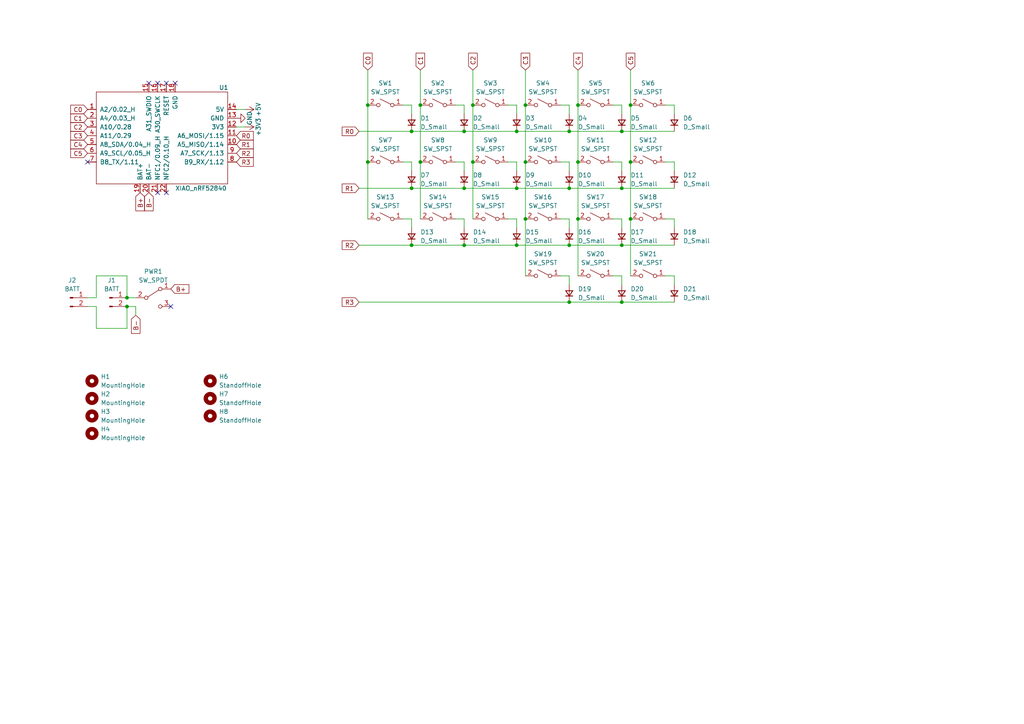
<source format=kicad_sch>
(kicad_sch (version 20231120) (generator "eeschema") (generator_version "8.0")
  (paper "A4")
  (lib_symbols
    (symbol "Connector:Conn_01x02_Pin" (pin_names (offset 1.016) hide)
      (property "Reference" "J" (at 0 2.54 0))
      (property "Value" "Conn_01x02_Pin" (at 0 -5.08 0))
      (symbol "Conn_01x02_Pin_1_1"
        (polyline (pts (xy 1.27 -2.54) (xy 0.8636 -2.54)) (stroke (width 0.1524)))
        (polyline (pts (xy 1.27 0) (xy 0.8636 0)) (stroke (width 0.1524)))
        (rectangle (start 0.8636 -2.413) (end 0 -2.667) (stroke (width 0.1524)) (fill (type outline)))
        (rectangle (start 0.8636 0.127) (end 0 -0.127) (stroke (width 0.1524)) (fill (type outline)))
        (pin passive line (at 5.08 0 180) (length 3.81) (name "Pin_1") (number "1"))
        (pin passive line (at 5.08 -2.54 180) (length 3.81) (name "Pin_2") (number "2"))
      )
    )
    (symbol "Device:D_Small" (pin_numbers hide) (pin_names (offset 0.254) hide)
      (property "Reference" "D" (at -1.27 2.032 0))
      (property "Value" "D_Small" (at -3.81 -2.032 0))
      (symbol "D_Small_0_1"
        (polyline (pts (xy -0.762 -1.016) (xy -0.762 1.016)) (stroke (width 0.254)))
        (polyline (pts (xy -0.762 0) (xy 0.762 0)))
        (polyline (pts (xy 0.762 -1.016) (xy -0.762 0) (xy 0.762 1.016) (xy 0.762 -1.016)) (stroke (width 0.254)))
      )
      (symbol "D_Small_1_1"
        (pin passive line (at -2.54 0 0) (length 1.778) (name "K") (number "1"))
        (pin passive line (at 2.54 0 180) (length 1.778) (name "A") (number "2"))
      )
    )
    (symbol "Mechanical:MountingHole" (pin_names (offset 1.016))
      (property "Reference" "H" (at 0 5.08 0))
      (property "Value" "MountingHole" (at 0 3.175 0))
      (symbol "MountingHole_0_1"
        (circle (center 0 0) (radius 1.27) (stroke (width 1.27)))
      )
    )
    (symbol "Switch:SW_SPDT" (pin_names (offset 0) hide)
      (property "Reference" "SW" (at 0 4.318 0))
      (property "Value" "SW_SPDT" (at 0 -5.08 0))
      (symbol "SW_SPDT_0_0"
        (circle (center -2.032 0) (radius 0.508))
        (circle (center 2.032 -2.54) (radius 0.508))
      )
      (symbol "SW_SPDT_0_1"
        (polyline (pts (xy -1.524 0.254) (xy 1.651 2.286)))
        (circle (center 2.032 2.54) (radius 0.508))
      )
      (symbol "SW_SPDT_1_1"
        (pin passive line (at 5.08 2.54 180) (length 2.54) (name "A") (number "1"))
        (pin passive line (at -5.08 0 0) (length 2.54) (name "B") (number "2"))
        (pin passive line (at 5.08 -2.54 180) (length 2.54) (name "C") (number "3"))
      )
    )
    (symbol "Switch:SW_SPST" (pin_names (offset 0) hide)
      (property "Reference" "SW" (at 0 3.175 0))
      (property "Value" "SW_SPST" (at 0 -2.54 0))
      (symbol "SW_SPST_0_0"
        (circle (center -2.032 0) (radius 0.508))
        (polyline (pts (xy -1.524 0.254) (xy 1.524 1.778)))
        (circle (center 2.032 0) (radius 0.508))
      )
      (symbol "SW_SPST_1_1"
        (pin passive line (at -5.08 0 0) (length 2.54) (name "A") (number "1"))
        (pin passive line (at 5.08 0 180) (length 2.54) (name "B") (number "2"))
      )
    )
    (symbol "one:XIAO_nRF52840" (pin_names (offset 1.016))
      (property "Reference" "U" (at 19.05 13.97 0))
      (property "Value" "XIAO_nRF52840" (at 19.05 -15.24 0))
      (symbol "XIAO_nRF52840_0_1"
        (rectangle (start -19.05 12.7) (end 19.05 -13.97))
      )
      (symbol "XIAO_nRF52840_1_1"
        (pin bidirectional line (at -21.59 7.62 0) (length 2.54) (name "A2/0.02_H") (number "1"))
        (pin bidirectional line (at 21.59 -2.54 180) (length 2.54) (name "A5_MISO/1.14") (number "10"))
        (pin bidirectional line (at 21.59 0 180) (length 2.54) (name "A6_MOSI/1.15") (number "11"))
        (pin power_out line (at 21.59 2.54 180) (length 2.54) (name "3V3") (number "12"))
        (pin power_out line (at 21.59 5.08 180) (length 2.54) (name "GND") (number "13"))
        (pin power_out line (at 21.59 7.62 180) (length 2.54) (name "5V") (number "14"))
        (pin input line (at -3.81 15.24 270) (length 2.54) (name "A31_SWDIO") (number "15"))
        (pin input line (at -1.27 15.24 270) (length 2.54) (name "A30_SWCLK") (number "16"))
        (pin input line (at 1.27 15.24 270) (length 2.54) (name "RESET") (number "17"))
        (pin power_out line (at 3.81 15.24 270) (length 2.54) (name "GND") (number "18"))
        (pin power_in line (at -6.35 -16.51 90) (length 2.54) (name "BAT+") (number "19"))
        (pin bidirectional line (at -21.59 5.08 0) (length 2.54) (name "A4/0.03_H") (number "2"))
        (pin power_in line (at -3.81 -16.51 90) (length 2.54) (name "BAT-") (number "20"))
        (pin bidirectional line (at -1.27 -16.51 90) (length 2.54) (name "NFC1/0.09_H") (number "21"))
        (pin bidirectional line (at 1.27 -16.51 90) (length 2.54) (name "NFC2/0.10_H") (number "22"))
        (pin bidirectional line (at -21.59 2.54 0) (length 2.54) (name "A10/0.28") (number "3"))
        (pin bidirectional line (at -21.59 0 0) (length 2.54) (name "A11/0.29") (number "4"))
        (pin bidirectional line (at -21.59 -2.54 0) (length 2.54) (name "A8_SDA/0.04_H") (number "5"))
        (pin bidirectional line (at -21.59 -5.08 0) (length 2.54) (name "A9_SCL/0.05_H") (number "6"))
        (pin bidirectional line (at -21.59 -7.62 0) (length 2.54) (name "B8_TX/1.11") (number "7"))
        (pin bidirectional line (at 21.59 -7.62 180) (length 2.54) (name "B9_RX/1.12") (number "8"))
        (pin bidirectional line (at 21.59 -5.08 180) (length 2.54) (name "A7_SCK/1.13") (number "9"))
      )
    )
    (symbol "power:+3V3" (power) (pin_names (offset 0))
      (property "Value" "+3V3" (at 0 3.556 0))
      (symbol "+3V3_0_1"
        (polyline (pts (xy -0.762 1.27) (xy 0 2.54)))
        (polyline (pts (xy 0 0) (xy 0 2.54)))
        (polyline (pts (xy 0 2.54) (xy 0.762 1.27)))
      )
      (symbol "+3V3_1_1"
        (pin power_in line (at 0 0 90) (length 0) hide (name "+3V3") (number "1"))
      )
    )
    (symbol "power:+5V" (power) (pin_names (offset 0))
      (property "Value" "+5V" (at 0 3.556 0))
      (symbol "+5V_0_1"
        (polyline (pts (xy -0.762 1.27) (xy 0 2.54)))
        (polyline (pts (xy 0 0) (xy 0 2.54)))
        (polyline (pts (xy 0 2.54) (xy 0.762 1.27)))
      )
      (symbol "+5V_1_1"
        (pin power_in line (at 0 0 90) (length 0) hide (name "+5V") (number "1"))
      )
    )
    (symbol "power:GND" (power) (pin_names (offset 0))
      (property "Value" "GND" (at 0 -3.81 0))
      (symbol "GND_0_1"
        (polyline (pts (xy 0 0) (xy 0 -1.27) (xy 1.27 -1.27) (xy 0 -2.54) (xy -1.27 -1.27) (xy 0 -1.27)))
      )
      (symbol "GND_1_1"
        (pin power_in line (at 0 0 270) (length 0) hide (name "GND") (number "1"))
      )
    )
  )
  (junction (at 165.1 38.1))
  (junction (at 137.16 46.99))
  (junction (at 134.62 54.61))
  (junction (at 152.4 30.48))
  (junction (at 180.34 38.1))
  (junction (at 165.1 54.61))
  (junction (at 165.1 87.63))
  (junction (at 167.64 63.5))
  (junction (at 152.4 46.99))
  (junction (at 180.34 71.12))
  (junction (at 134.62 71.12))
  (junction (at 106.68 30.48))
  (junction (at 137.16 30.48))
  (junction (at 119.38 71.12))
  (junction (at 134.62 38.1))
  (junction (at 36.83 86.36))
  (junction (at 119.38 54.61))
  (junction (at 149.86 71.12))
  (junction (at 149.86 54.61))
  (junction (at 121.92 46.99))
  (junction (at 182.88 63.5))
  (junction (at 180.34 87.63))
  (junction (at 121.92 30.48))
  (junction (at 182.88 30.48))
  (junction (at 36.83 88.9))
  (junction (at 182.88 46.99))
  (junction (at 165.1 71.12))
  (junction (at 167.64 46.99))
  (junction (at 119.38 38.1))
  (junction (at 106.68 46.99))
  (junction (at 149.86 38.1))
  (junction (at 180.34 54.61))
  (junction (at 152.4 63.5))
  (junction (at 167.64 30.48))
  (no_connect (at 43.18 24.13))
  (no_connect (at 50.8 24.13))
  (no_connect (at 48.26 24.13))
  (no_connect (at 45.72 24.13))
  (no_connect (at 49.53 88.9))
  (no_connect (at 48.26 55.88))
  (no_connect (at 25.4 46.99))
  (no_connect (at 45.72 55.88))
  (wire (pts (xy 39.37 88.9) (xy 39.37 91.44)))
  (wire (pts (xy 152.4 20.32) (xy 152.4 30.48)))
  (wire (pts (xy 134.62 46.99) (xy 134.62 49.53)))
  (wire (pts (xy 149.86 38.1) (xy 165.1 38.1)))
  (wire (pts (xy 116.84 63.5) (xy 119.38 63.5)))
  (wire (pts (xy 180.34 87.63) (xy 195.58 87.63)))
  (wire (pts (xy 165.1 54.61) (xy 180.34 54.61)))
  (wire (pts (xy 149.86 46.99) (xy 149.86 49.53)))
  (wire (pts (xy 193.04 30.48) (xy 195.58 30.48)))
  (wire (pts (xy 167.64 30.48) (xy 167.64 46.99)))
  (wire (pts (xy 27.94 86.36) (xy 27.94 80.01)))
  (wire (pts (xy 195.58 80.01) (xy 195.58 82.55)))
  (wire (pts (xy 149.86 71.12) (xy 165.1 71.12)))
  (wire (pts (xy 165.1 87.63) (xy 180.34 87.63)))
  (wire (pts (xy 177.8 63.5) (xy 180.34 63.5)))
  (wire (pts (xy 180.34 63.5) (xy 180.34 66.04)))
  (wire (pts (xy 119.38 38.1) (xy 134.62 38.1)))
  (wire (pts (xy 180.34 71.12) (xy 195.58 71.12)))
  (wire (pts (xy 167.64 20.32) (xy 167.64 30.48)))
  (wire (pts (xy 182.88 46.99) (xy 182.88 63.5)))
  (wire (pts (xy 180.34 80.01) (xy 180.34 82.55)))
  (wire (pts (xy 121.92 20.32) (xy 121.92 30.48)))
  (wire (pts (xy 152.4 46.99) (xy 152.4 63.5)))
  (wire (pts (xy 119.38 30.48) (xy 119.38 33.02)))
  (wire (pts (xy 119.38 46.99) (xy 119.38 49.53)))
  (wire (pts (xy 104.14 71.12) (xy 119.38 71.12)))
  (wire (pts (xy 180.34 30.48) (xy 180.34 33.02)))
  (wire (pts (xy 177.8 30.48) (xy 180.34 30.48)))
  (wire (pts (xy 104.14 54.61) (xy 119.38 54.61)))
  (wire (pts (xy 27.94 80.01) (xy 36.83 80.01)))
  (wire (pts (xy 36.83 86.36) (xy 39.37 86.36)))
  (wire (pts (xy 193.04 80.01) (xy 195.58 80.01)))
  (wire (pts (xy 195.58 63.5) (xy 195.58 66.04)))
  (wire (pts (xy 137.16 46.99) (xy 137.16 63.5)))
  (wire (pts (xy 119.38 63.5) (xy 119.38 66.04)))
  (wire (pts (xy 152.4 63.5) (xy 152.4 80.01)))
  (wire (pts (xy 182.88 63.5) (xy 182.88 80.01)))
  (wire (pts (xy 162.56 80.01) (xy 165.1 80.01)))
  (wire (pts (xy 165.1 63.5) (xy 165.1 66.04)))
  (wire (pts (xy 134.62 30.48) (xy 134.62 33.02)))
  (wire (pts (xy 71.12 36.83) (xy 68.58 36.83)))
  (wire (pts (xy 167.64 63.5) (xy 167.64 80.01)))
  (wire (pts (xy 25.4 88.9) (xy 27.94 88.9)))
  (wire (pts (xy 152.4 30.48) (xy 152.4 46.99)))
  (wire (pts (xy 116.84 30.48) (xy 119.38 30.48)))
  (wire (pts (xy 134.62 38.1) (xy 149.86 38.1)))
  (wire (pts (xy 36.83 80.01) (xy 36.83 86.36)))
  (wire (pts (xy 121.92 46.99) (xy 121.92 63.5)))
  (wire (pts (xy 104.14 87.63) (xy 165.1 87.63)))
  (wire (pts (xy 147.32 63.5) (xy 149.86 63.5)))
  (wire (pts (xy 195.58 46.99) (xy 195.58 49.53)))
  (wire (pts (xy 167.64 46.99) (xy 167.64 63.5)))
  (wire (pts (xy 165.1 46.99) (xy 165.1 49.53)))
  (wire (pts (xy 36.83 88.9) (xy 39.37 88.9)))
  (wire (pts (xy 134.62 54.61) (xy 149.86 54.61)))
  (wire (pts (xy 104.14 38.1) (xy 119.38 38.1)))
  (wire (pts (xy 119.38 71.12) (xy 134.62 71.12)))
  (wire (pts (xy 193.04 63.5) (xy 195.58 63.5)))
  (wire (pts (xy 162.56 46.99) (xy 165.1 46.99)))
  (wire (pts (xy 165.1 71.12) (xy 180.34 71.12)))
  (wire (pts (xy 180.34 46.99) (xy 180.34 49.53)))
  (wire (pts (xy 132.08 46.99) (xy 134.62 46.99)))
  (wire (pts (xy 134.62 71.12) (xy 149.86 71.12)))
  (wire (pts (xy 121.92 30.48) (xy 121.92 46.99)))
  (wire (pts (xy 149.86 54.61) (xy 165.1 54.61)))
  (wire (pts (xy 182.88 20.32) (xy 182.88 30.48)))
  (wire (pts (xy 119.38 54.61) (xy 134.62 54.61)))
  (wire (pts (xy 106.68 46.99) (xy 106.68 63.5)))
  (wire (pts (xy 27.94 95.25) (xy 36.83 95.25)))
  (wire (pts (xy 193.04 46.99) (xy 195.58 46.99)))
  (wire (pts (xy 132.08 63.5) (xy 134.62 63.5)))
  (wire (pts (xy 147.32 30.48) (xy 149.86 30.48)))
  (wire (pts (xy 36.83 88.9) (xy 36.83 95.25)))
  (wire (pts (xy 149.86 63.5) (xy 149.86 66.04)))
  (wire (pts (xy 177.8 80.01) (xy 180.34 80.01)))
  (wire (pts (xy 149.86 30.48) (xy 149.86 33.02)))
  (wire (pts (xy 27.94 88.9) (xy 27.94 95.25)))
  (wire (pts (xy 162.56 63.5) (xy 165.1 63.5)))
  (wire (pts (xy 137.16 20.32) (xy 137.16 30.48)))
  (wire (pts (xy 134.62 63.5) (xy 134.62 66.04)))
  (wire (pts (xy 106.68 30.48) (xy 106.68 46.99)))
  (wire (pts (xy 177.8 46.99) (xy 180.34 46.99)))
  (wire (pts (xy 132.08 30.48) (xy 134.62 30.48)))
  (wire (pts (xy 71.12 31.75) (xy 68.58 31.75)))
  (wire (pts (xy 165.1 80.01) (xy 165.1 82.55)))
  (wire (pts (xy 165.1 38.1) (xy 180.34 38.1)))
  (wire (pts (xy 116.84 46.99) (xy 119.38 46.99)))
  (wire (pts (xy 162.56 30.48) (xy 165.1 30.48)))
  (wire (pts (xy 180.34 54.61) (xy 195.58 54.61)))
  (wire (pts (xy 195.58 30.48) (xy 195.58 33.02)))
  (wire (pts (xy 147.32 46.99) (xy 149.86 46.99)))
  (wire (pts (xy 180.34 38.1) (xy 195.58 38.1)))
  (wire (pts (xy 106.68 20.32) (xy 106.68 30.48)))
  (wire (pts (xy 25.4 86.36) (xy 27.94 86.36)))
  (wire (pts (xy 137.16 30.48) (xy 137.16 46.99)))
  (wire (pts (xy 182.88 30.48) (xy 182.88 46.99)))
  (wire (pts (xy 165.1 30.48) (xy 165.1 33.02)))
  (global_label "R2" (shape input) (at 68.58 44.45 0) (property "Intersheetrefs" "${INTERSHEET_REFS}" (effects (hide yes))))
  (global_label "B-" (shape input) (at 43.18 55.88 270) (property "Intersheetrefs" "${INTERSHEET_REFS}" (effects (hide yes))))
  (global_label "B+" (shape input) (at 49.53 83.82 0) (property "Intersheetrefs" "${INTERSHEET_REFS}" (effects (hide yes))))
  (global_label "R2" (shape input) (at 104.14 71.12 180) (property "Intersheetrefs" "${INTERSHEET_REFS}" (effects (hide yes))))
  (global_label "C3" (shape input) (at 25.4 39.37 180) (property "Intersheetrefs" "${INTERSHEET_REFS}" (effects (hide yes))))
  (global_label "C4" (shape input) (at 25.4 41.91 180) (property "Intersheetrefs" "${INTERSHEET_REFS}" (effects (hide yes))))
  (global_label "C5" (shape input) (at 182.88 20.32 90) (property "Intersheetrefs" "${INTERSHEET_REFS}" (effects (hide yes))))
  (global_label "C0" (shape input) (at 106.68 20.32 90) (property "Intersheetrefs" "${INTERSHEET_REFS}" (effects (hide yes))))
  (global_label "R0" (shape input) (at 104.14 38.1 180) (property "Intersheetrefs" "${INTERSHEET_REFS}" (effects (hide yes))))
  (global_label "C4" (shape input) (at 167.64 20.32 90) (property "Intersheetrefs" "${INTERSHEET_REFS}" (effects (hide yes))))
  (global_label "R1" (shape input) (at 68.58 41.91 0) (property "Intersheetrefs" "${INTERSHEET_REFS}" (effects (hide yes))))
  (global_label "R1" (shape input) (at 104.14 54.61 180) (property "Intersheetrefs" "${INTERSHEET_REFS}" (effects (hide yes))))
  (global_label "R3" (shape input) (at 104.14 87.63 180) (property "Intersheetrefs" "${INTERSHEET_REFS}" (effects (hide yes))))
  (global_label "C2" (shape input) (at 25.4 36.83 180) (property "Intersheetrefs" "${INTERSHEET_REFS}" (effects (hide yes))))
  (global_label "C1" (shape input) (at 121.92 20.32 90) (property "Intersheetrefs" "${INTERSHEET_REFS}" (effects (hide yes))))
  (global_label "C2" (shape input) (at 137.16 20.32 90) (property "Intersheetrefs" "${INTERSHEET_REFS}" (effects (hide yes))))
  (global_label "R0" (shape input) (at 68.58 39.37 0) (property "Intersheetrefs" "${INTERSHEET_REFS}" (effects (hide yes))))
  (global_label "C0" (shape input) (at 25.4 31.75 180) (property "Intersheetrefs" "${INTERSHEET_REFS}" (effects (hide yes))))
  (global_label "B-" (shape input) (at 39.37 91.44 270) (property "Intersheetrefs" "${INTERSHEET_REFS}" (effects (hide yes))))
  (global_label "C1" (shape input) (at 25.4 34.29 180) (property "Intersheetrefs" "${INTERSHEET_REFS}" (effects (hide yes))))
  (global_label "B+" (shape input) (at 40.64 55.88 270) (property "Intersheetrefs" "${INTERSHEET_REFS}" (effects (hide yes))))
  (global_label "C5" (shape input) (at 25.4 44.45 180) (property "Intersheetrefs" "${INTERSHEET_REFS}" (effects (hide yes))))
  (global_label "R3" (shape input) (at 68.58 46.99 0) (property "Intersheetrefs" "${INTERSHEET_REFS}" (effects (hide yes))))
  (global_label "C3" (shape input) (at 152.4 20.32 90) (property "Intersheetrefs" "${INTERSHEET_REFS}" (effects (hide yes))))
  (symbol (lib_id "Switch:SW_SPST") (at 172.72 63.5 0) (mirror y) (unit 1)
    (property "Reference" "SW17" (at 172.72 57.15 0))
    (property "Value" "SW_SPST" (at 172.72 59.69 0))
    (property "Footprint" "one:KS-27_KS-33_Hotswap_1U_DUAL" (effects (hide yes)))
  )
  (symbol (lib_id "Mechanical:MountingHole") (at 26.67 125.73 0) (unit 1)
    (property "Reference" "H4" (at 29.21 124.46 0) (effects (justify left)))
    (property "Value" "MountingHole" (at 29.21 127 0) (effects (justify left)))
    (property "Footprint" "one:Hole_4.2mm" (effects (hide yes)))
  )
  (symbol (lib_id "Connector:Conn_01x02_Pin") (at 31.75 86.36 0) (unit 1)
    (property "Reference" "J1" (at 32.385 81.28 0))
    (property "Value" "BATT" (at 32.385 83.82 0))
    (property "Footprint" "one:Battery" (effects (hide yes)))
  )
  (symbol (lib_id "Device:D_Small") (at 195.58 68.58 90) (unit 1)
    (property "Reference" "D18" (at 198.12 67.31 90) (effects (justify right)))
    (property "Value" "D_Small" (at 198.12 69.85 90) (effects (justify right)))
    (property "Footprint" "one:Diode_TH_SMD_DUAL" (effects (hide yes)))
    (property "Sim.Device" "D" (effects (hide yes)))
    (property "Sim.Pins" "1=K 2=A" (effects (hide yes)))
  )
  (symbol (lib_id "Switch:SW_SPST") (at 142.24 63.5 0) (mirror y) (unit 1)
    (property "Reference" "SW15" (at 142.24 57.15 0))
    (property "Value" "SW_SPST" (at 142.24 59.69 0))
    (property "Footprint" "one:KS-27_KS-33_Hotswap_1U_DUAL" (effects (hide yes)))
  )
  (symbol (lib_id "Device:D_Small") (at 134.62 35.56 90) (unit 1)
    (property "Reference" "D2" (at 137.16 34.29 90) (effects (justify right)))
    (property "Value" "D_Small" (at 137.16 36.83 90) (effects (justify right)))
    (property "Footprint" "one:Diode_TH_SMD_DUAL" (effects (hide yes)))
    (property "Sim.Device" "D" (effects (hide yes)))
    (property "Sim.Pins" "1=K 2=A" (effects (hide yes)))
  )
  (symbol (lib_id "Switch:SW_SPST") (at 142.24 46.99 0) (mirror y) (unit 1)
    (property "Reference" "SW9" (at 142.24 40.64 0))
    (property "Value" "SW_SPST" (at 142.24 43.18 0))
    (property "Footprint" "one:KS-27_KS-33_Hotswap_1U_DUAL" (effects (hide yes)))
  )
  (symbol (lib_id "Device:D_Small") (at 165.1 85.09 90) (unit 1)
    (property "Reference" "D19" (at 167.64 83.82 90) (effects (justify right)))
    (property "Value" "D_Small" (at 167.64 86.36 90) (effects (justify right)))
    (property "Footprint" "one:Diode_TH_SMD_DUAL" (effects (hide yes)))
    (property "Sim.Device" "D" (effects (hide yes)))
    (property "Sim.Pins" "1=K 2=A" (effects (hide yes)))
  )
  (symbol (lib_id "Switch:SW_SPDT") (at 44.45 86.36 0) (unit 1)
    (property "Reference" "PWR1" (at 44.45 78.74 0))
    (property "Value" "SW_SPDT" (at 44.45 81.28 0))
    (property "Footprint" "one:MSK-12C02_DUAL" (effects (hide yes)))
  )
  (symbol (lib_id "power:+3V3") (at 71.12 36.83 270) (unit 1)
    (property "Reference" "#PWR02" (effects (hide yes)))
    (property "Value" "+3V3" (at 74.93 36.83 0))
  )
  (symbol (lib_id "Device:D_Small") (at 149.86 35.56 90) (unit 1)
    (property "Reference" "D3" (at 152.4 34.29 90) (effects (justify right)))
    (property "Value" "D_Small" (at 152.4 36.83 90) (effects (justify right)))
    (property "Footprint" "one:Diode_TH_SMD_DUAL" (effects (hide yes)))
    (property "Sim.Device" "D" (effects (hide yes)))
    (property "Sim.Pins" "1=K 2=A" (effects (hide yes)))
  )
  (symbol (lib_id "Switch:SW_SPST") (at 187.96 63.5 0) (mirror y) (unit 1)
    (property "Reference" "SW18" (at 187.96 57.15 0))
    (property "Value" "SW_SPST" (at 187.96 59.69 0))
    (property "Footprint" "one:KS-27_KS-33_Hotswap_1U_DUAL" (effects (hide yes)))
  )
  (symbol (lib_id "Switch:SW_SPST") (at 127 30.48 0) (mirror y) (unit 1)
    (property "Reference" "SW2" (at 127 24.13 0))
    (property "Value" "SW_SPST" (at 127 26.67 0))
    (property "Footprint" "one:KS-27_KS-33_Hotswap_1U_DUAL" (effects (hide yes)))
  )
  (symbol (lib_id "Device:D_Small") (at 119.38 68.58 90) (unit 1)
    (property "Reference" "D13" (at 121.92 67.31 90) (effects (justify right)))
    (property "Value" "D_Small" (at 121.92 69.85 90) (effects (justify right)))
    (property "Footprint" "one:Diode_TH_SMD_DUAL" (effects (hide yes)))
    (property "Sim.Device" "D" (effects (hide yes)))
    (property "Sim.Pins" "1=K 2=A" (effects (hide yes)))
  )
  (symbol (lib_id "Switch:SW_SPST") (at 187.96 80.01 0) (mirror y) (unit 1)
    (property "Reference" "SW21" (at 187.96 73.66 0))
    (property "Value" "SW_SPST" (at 187.96 76.2 0))
    (property "Footprint" "one:KS-27_KS-33_Hotswap_1U_DUAL" (effects (hide yes)))
  )
  (symbol (lib_id "Switch:SW_SPST") (at 187.96 46.99 0) (mirror y) (unit 1)
    (property "Reference" "SW12" (at 187.96 40.64 0))
    (property "Value" "SW_SPST" (at 187.96 43.18 0))
    (property "Footprint" "one:KS-27_KS-33_Hotswap_1U_DUAL" (effects (hide yes)))
  )
  (symbol (lib_id "Device:D_Small") (at 195.58 35.56 90) (unit 1)
    (property "Reference" "D6" (at 198.12 34.29 90) (effects (justify right)))
    (property "Value" "D_Small" (at 198.12 36.83 90) (effects (justify right)))
    (property "Footprint" "one:Diode_TH_SMD_DUAL" (effects (hide yes)))
    (property "Sim.Device" "D" (effects (hide yes)))
    (property "Sim.Pins" "1=K 2=A" (effects (hide yes)))
  )
  (symbol (lib_id "Switch:SW_SPST") (at 127 63.5 0) (mirror y) (unit 1)
    (property "Reference" "SW14" (at 127 57.15 0))
    (property "Value" "SW_SPST" (at 127 59.69 0))
    (property "Footprint" "one:KS-27_KS-33_Hotswap_1U_DUAL" (effects (hide yes)))
  )
  (symbol (lib_id "Mechanical:MountingHole") (at 60.96 110.49 0) (unit 1)
    (property "Reference" "H6" (at 63.5 109.22 0) (effects (justify left)))
    (property "Value" "StandoffHole" (at 63.5 111.76 0) (effects (justify left)))
    (property "Footprint" "one:Hole_2.2mm" (effects (hide yes)))
  )
  (symbol (lib_id "Switch:SW_SPST") (at 142.24 30.48 0) (mirror y) (unit 1)
    (property "Reference" "SW3" (at 142.24 24.13 0))
    (property "Value" "SW_SPST" (at 142.24 26.67 0))
    (property "Footprint" "one:KS-27_KS-33_Hotswap_1U_DUAL" (effects (hide yes)))
  )
  (symbol (lib_id "Device:D_Small") (at 119.38 35.56 90) (unit 1)
    (property "Reference" "D1" (at 121.92 34.29 90) (effects (justify right)))
    (property "Value" "D_Small" (at 121.92 36.83 90) (effects (justify right)))
    (property "Footprint" "one:Diode_TH_SMD_DUAL" (effects (hide yes)))
    (property "Sim.Device" "D" (effects (hide yes)))
    (property "Sim.Pins" "1=K 2=A" (effects (hide yes)))
  )
  (symbol (lib_id "Device:D_Small") (at 165.1 35.56 90) (unit 1)
    (property "Reference" "D4" (at 167.64 34.29 90) (effects (justify right)))
    (property "Value" "D_Small" (at 167.64 36.83 90) (effects (justify right)))
    (property "Footprint" "one:Diode_TH_SMD_DUAL" (effects (hide yes)))
    (property "Sim.Device" "D" (effects (hide yes)))
    (property "Sim.Pins" "1=K 2=A" (effects (hide yes)))
  )
  (symbol (lib_id "Device:D_Small") (at 180.34 52.07 90) (unit 1)
    (property "Reference" "D11" (at 182.88 50.8 90) (effects (justify right)))
    (property "Value" "D_Small" (at 182.88 53.34 90) (effects (justify right)))
    (property "Footprint" "one:Diode_TH_SMD_DUAL" (effects (hide yes)))
    (property "Sim.Device" "D" (effects (hide yes)))
    (property "Sim.Pins" "1=K 2=A" (effects (hide yes)))
  )
  (symbol (lib_id "Mechanical:MountingHole") (at 26.67 115.57 0) (unit 1)
    (property "Reference" "H2" (at 29.21 114.3 0) (effects (justify left)))
    (property "Value" "MountingHole" (at 29.21 116.84 0) (effects (justify left)))
    (property "Footprint" "one:Hole_4.2mm" (effects (hide yes)))
  )
  (symbol (lib_id "Device:D_Small") (at 119.38 52.07 90) (unit 1)
    (property "Reference" "D7" (at 121.92 50.8 90) (effects (justify right)))
    (property "Value" "D_Small" (at 121.92 53.34 90) (effects (justify right)))
    (property "Footprint" "one:Diode_TH_SMD_DUAL" (effects (hide yes)))
    (property "Sim.Device" "D" (effects (hide yes)))
    (property "Sim.Pins" "1=K 2=A" (effects (hide yes)))
  )
  (symbol (lib_id "Switch:SW_SPST") (at 111.76 30.48 0) (mirror y) (unit 1)
    (property "Reference" "SW1" (at 111.76 24.13 0))
    (property "Value" "SW_SPST" (at 111.76 26.67 0))
    (property "Footprint" "one:KS-27_KS-33_Hotswap_1U_DUAL" (effects (hide yes)))
  )
  (symbol (lib_id "Device:D_Small") (at 149.86 52.07 90) (unit 1)
    (property "Reference" "D9" (at 152.4 50.8 90) (effects (justify right)))
    (property "Value" "D_Small" (at 152.4 53.34 90) (effects (justify right)))
    (property "Footprint" "one:Diode_TH_SMD_DUAL" (effects (hide yes)))
    (property "Sim.Device" "D" (effects (hide yes)))
    (property "Sim.Pins" "1=K 2=A" (effects (hide yes)))
  )
  (symbol (lib_id "power:GND") (at 68.58 34.29 90) (unit 1)
    (property "Reference" "#PWR03" (effects (hide yes)))
    (property "Value" "GND" (at 72.39 34.29 0))
  )
  (symbol (lib_id "power:+5V") (at 71.12 31.75 270) (unit 1)
    (property "Reference" "#PWR01" (effects (hide yes)))
    (property "Value" "+5V" (at 74.93 31.75 0))
  )
  (symbol (lib_id "Device:D_Small") (at 165.1 68.58 90) (unit 1)
    (property "Reference" "D16" (at 167.64 67.31 90) (effects (justify right)))
    (property "Value" "D_Small" (at 167.64 69.85 90) (effects (justify right)))
    (property "Footprint" "one:Diode_TH_SMD_DUAL" (effects (hide yes)))
    (property "Sim.Device" "D" (effects (hide yes)))
    (property "Sim.Pins" "1=K 2=A" (effects (hide yes)))
  )
  (symbol (lib_id "one:XIAO_nRF52840") (at 46.99 39.37 0) (unit 1)
    (property "Reference" "U1" (at 63.5 25.4 0) (effects (justify left)))
    (property "Value" "XIAO_nRF52840" (at 50.8 54.61 0) (effects (justify left)))
    (property "Footprint" "one:XIAO_nRF52840_DUAL" (effects (hide yes)))
  )
  (symbol (lib_id "Mechanical:MountingHole") (at 26.67 120.65 0) (unit 1)
    (property "Reference" "H3" (at 29.21 119.38 0) (effects (justify left)))
    (property "Value" "MountingHole" (at 29.21 121.92 0) (effects (justify left)))
    (property "Footprint" "one:Hole_4.2mm" (effects (hide yes)))
  )
  (symbol (lib_id "Switch:SW_SPST") (at 187.96 30.48 0) (mirror y) (unit 1)
    (property "Reference" "SW6" (at 187.96 24.13 0))
    (property "Value" "SW_SPST" (at 187.96 26.67 0))
    (property "Footprint" "one:KS-27_KS-33_Hotswap_1U_DUAL" (effects (hide yes)))
  )
  (symbol (lib_id "Switch:SW_SPST") (at 172.72 46.99 0) (mirror y) (unit 1)
    (property "Reference" "SW11" (at 172.72 40.64 0))
    (property "Value" "SW_SPST" (at 172.72 43.18 0))
    (property "Footprint" "one:KS-27_KS-33_Hotswap_1U_DUAL" (effects (hide yes)))
  )
  (symbol (lib_id "Switch:SW_SPST") (at 157.48 63.5 0) (mirror y) (unit 1)
    (property "Reference" "SW16" (at 157.48 57.15 0))
    (property "Value" "SW_SPST" (at 157.48 59.69 0))
    (property "Footprint" "one:KS-27_KS-33_Hotswap_1U_DUAL" (effects (hide yes)))
  )
  (symbol (lib_id "Device:D_Small") (at 195.58 85.09 90) (unit 1)
    (property "Reference" "D21" (at 198.12 83.82 90) (effects (justify right)))
    (property "Value" "D_Small" (at 198.12 86.36 90) (effects (justify right)))
    (property "Footprint" "one:Diode_TH_SMD_DUAL" (effects (hide yes)))
    (property "Sim.Device" "D" (effects (hide yes)))
    (property "Sim.Pins" "1=K 2=A" (effects (hide yes)))
  )
  (symbol (lib_id "Device:D_Small") (at 134.62 52.07 90) (unit 1)
    (property "Reference" "D8" (at 137.16 50.8 90) (effects (justify right)))
    (property "Value" "D_Small" (at 137.16 53.34 90) (effects (justify right)))
    (property "Footprint" "one:Diode_TH_SMD_DUAL" (effects (hide yes)))
    (property "Sim.Device" "D" (effects (hide yes)))
    (property "Sim.Pins" "1=K 2=A" (effects (hide yes)))
  )
  (symbol (lib_id "Switch:SW_SPST") (at 111.76 46.99 0) (mirror y) (unit 1)
    (property "Reference" "SW7" (at 111.76 40.64 0))
    (property "Value" "SW_SPST" (at 111.76 43.18 0))
    (property "Footprint" "one:KS-27_KS-33_Hotswap_1U_DUAL" (effects (hide yes)))
  )
  (symbol (lib_id "Switch:SW_SPST") (at 157.48 30.48 0) (mirror y) (unit 1)
    (property "Reference" "SW4" (at 157.48 24.13 0))
    (property "Value" "SW_SPST" (at 157.48 26.67 0))
    (property "Footprint" "one:KS-27_KS-33_Hotswap_1U_DUAL" (effects (hide yes)))
  )
  (symbol (lib_id "Device:D_Small") (at 180.34 68.58 90) (unit 1)
    (property "Reference" "D17" (at 182.88 67.31 90) (effects (justify right)))
    (property "Value" "D_Small" (at 182.88 69.85 90) (effects (justify right)))
    (property "Footprint" "one:Diode_TH_SMD_DUAL" (effects (hide yes)))
    (property "Sim.Device" "D" (effects (hide yes)))
    (property "Sim.Pins" "1=K 2=A" (effects (hide yes)))
  )
  (symbol (lib_id "Switch:SW_SPST") (at 127 46.99 0) (mirror y) (unit 1)
    (property "Reference" "SW8" (at 127 40.64 0))
    (property "Value" "SW_SPST" (at 127 43.18 0))
    (property "Footprint" "one:KS-27_KS-33_Hotswap_1U_DUAL" (effects (hide yes)))
  )
  (symbol (lib_id "Switch:SW_SPST") (at 157.48 80.01 0) (mirror y) (unit 1)
    (property "Reference" "SW19" (at 157.48 73.66 0))
    (property "Value" "SW_SPST" (at 157.48 76.2 0))
    (property "Footprint" "one:KS-27_KS-33_Hotswap_1U_DUAL" (effects (hide yes)))
  )
  (symbol (lib_id "Mechanical:MountingHole") (at 60.96 115.57 0) (unit 1)
    (property "Reference" "H7" (at 63.5 114.3 0) (effects (justify left)))
    (property "Value" "StandoffHole" (at 63.5 116.84 0) (effects (justify left)))
    (property "Footprint" "one:Hole_2.2mm" (effects (hide yes)))
  )
  (symbol (lib_id "Device:D_Small") (at 195.58 52.07 90) (unit 1)
    (property "Reference" "D12" (at 198.12 50.8 90) (effects (justify right)))
    (property "Value" "D_Small" (at 198.12 53.34 90) (effects (justify right)))
    (property "Footprint" "one:Diode_TH_SMD_DUAL" (effects (hide yes)))
    (property "Sim.Device" "D" (effects (hide yes)))
    (property "Sim.Pins" "1=K 2=A" (effects (hide yes)))
  )
  (symbol (lib_id "Switch:SW_SPST") (at 111.76 63.5 0) (mirror y) (unit 1)
    (property "Reference" "SW13" (at 111.76 57.15 0))
    (property "Value" "SW_SPST" (at 111.76 59.69 0))
    (property "Footprint" "one:KS-27_KS-33_Hotswap_1U_DUAL" (effects (hide yes)))
  )
  (symbol (lib_id "Device:D_Small") (at 149.86 68.58 90) (unit 1)
    (property "Reference" "D15" (at 152.4 67.31 90) (effects (justify right)))
    (property "Value" "D_Small" (at 152.4 69.85 90) (effects (justify right)))
    (property "Footprint" "one:Diode_TH_SMD_DUAL" (effects (hide yes)))
    (property "Sim.Device" "D" (effects (hide yes)))
    (property "Sim.Pins" "1=K 2=A" (effects (hide yes)))
  )
  (symbol (lib_id "Switch:SW_SPST") (at 157.48 46.99 0) (mirror y) (unit 1)
    (property "Reference" "SW10" (at 157.48 40.64 0))
    (property "Value" "SW_SPST" (at 157.48 43.18 0))
    (property "Footprint" "one:KS-27_KS-33_Hotswap_1U_DUAL" (effects (hide yes)))
  )
  (symbol (lib_id "Device:D_Small") (at 180.34 85.09 90) (unit 1)
    (property "Reference" "D20" (at 182.88 83.82 90) (effects (justify right)))
    (property "Value" "D_Small" (at 182.88 86.36 90) (effects (justify right)))
    (property "Footprint" "one:Diode_TH_SMD_DUAL" (effects (hide yes)))
    (property "Sim.Device" "D" (effects (hide yes)))
    (property "Sim.Pins" "1=K 2=A" (effects (hide yes)))
  )
  (symbol (lib_id "Switch:SW_SPST") (at 172.72 80.01 0) (mirror y) (unit 1)
    (property "Reference" "SW20" (at 172.72 73.66 0))
    (property "Value" "SW_SPST" (at 172.72 76.2 0))
    (property "Footprint" "one:KS-27_KS-33_Hotswap_1U_DUAL" (effects (hide yes)))
  )
  (symbol (lib_id "Mechanical:MountingHole") (at 26.67 110.49 0) (unit 1)
    (property "Reference" "H1" (at 29.21 109.22 0) (effects (justify left)))
    (property "Value" "MountingHole" (at 29.21 111.76 0) (effects (justify left)))
    (property "Footprint" "one:Hole_4.2mm" (effects (hide yes)))
  )
  (symbol (lib_id "Connector:Conn_01x02_Pin") (at 20.32 86.36 0) (unit 1)
    (property "Reference" "J2" (at 20.955 81.28 0))
    (property "Value" "BATT" (at 20.955 83.82 0))
    (property "Footprint" "one:JST_SH_Battery_DUAL" (effects (hide yes)))
  )
  (symbol (lib_id "Switch:SW_SPST") (at 172.72 30.48 0) (mirror y) (unit 1)
    (property "Reference" "SW5" (at 172.72 24.13 0))
    (property "Value" "SW_SPST" (at 172.72 26.67 0))
    (property "Footprint" "one:KS-27_KS-33_Hotswap_1U_DUAL" (effects (hide yes)))
  )
  (symbol (lib_id "Device:D_Small") (at 165.1 52.07 90) (unit 1)
    (property "Reference" "D10" (at 167.64 50.8 90) (effects (justify right)))
    (property "Value" "D_Small" (at 167.64 53.34 90) (effects (justify right)))
    (property "Footprint" "one:Diode_TH_SMD_DUAL" (effects (hide yes)))
    (property "Sim.Device" "D" (effects (hide yes)))
    (property "Sim.Pins" "1=K 2=A" (effects (hide yes)))
  )
  (symbol (lib_id "Device:D_Small") (at 180.34 35.56 90) (unit 1)
    (property "Reference" "D5" (at 182.88 34.29 90) (effects (justify right)))
    (property "Value" "D_Small" (at 182.88 36.83 90) (effects (justify right)))
    (property "Footprint" "one:Diode_TH_SMD_DUAL" (effects (hide yes)))
    (property "Sim.Device" "D" (effects (hide yes)))
    (property "Sim.Pins" "1=K 2=A" (effects (hide yes)))
  )
  (symbol (lib_id "Mechanical:MountingHole") (at 60.96 120.65 0) (unit 1)
    (property "Reference" "H8" (at 63.5 119.38 0) (effects (justify left)))
    (property "Value" "StandoffHole" (at 63.5 121.92 0) (effects (justify left)))
    (property "Footprint" "one:Hole_2.2mm" (effects (hide yes)))
  )
  (symbol (lib_id "Device:D_Small") (at 134.62 68.58 90) (unit 1)
    (property "Reference" "D14" (at 137.16 67.31 90) (effects (justify right)))
    (property "Value" "D_Small" (at 137.16 69.85 90) (effects (justify right)))
    (property "Footprint" "one:Diode_TH_SMD_DUAL" (effects (hide yes)))
    (property "Sim.Device" "D" (effects (hide yes)))
    (property "Sim.Pins" "1=K 2=A" (effects (hide yes)))
  )
)
</source>
